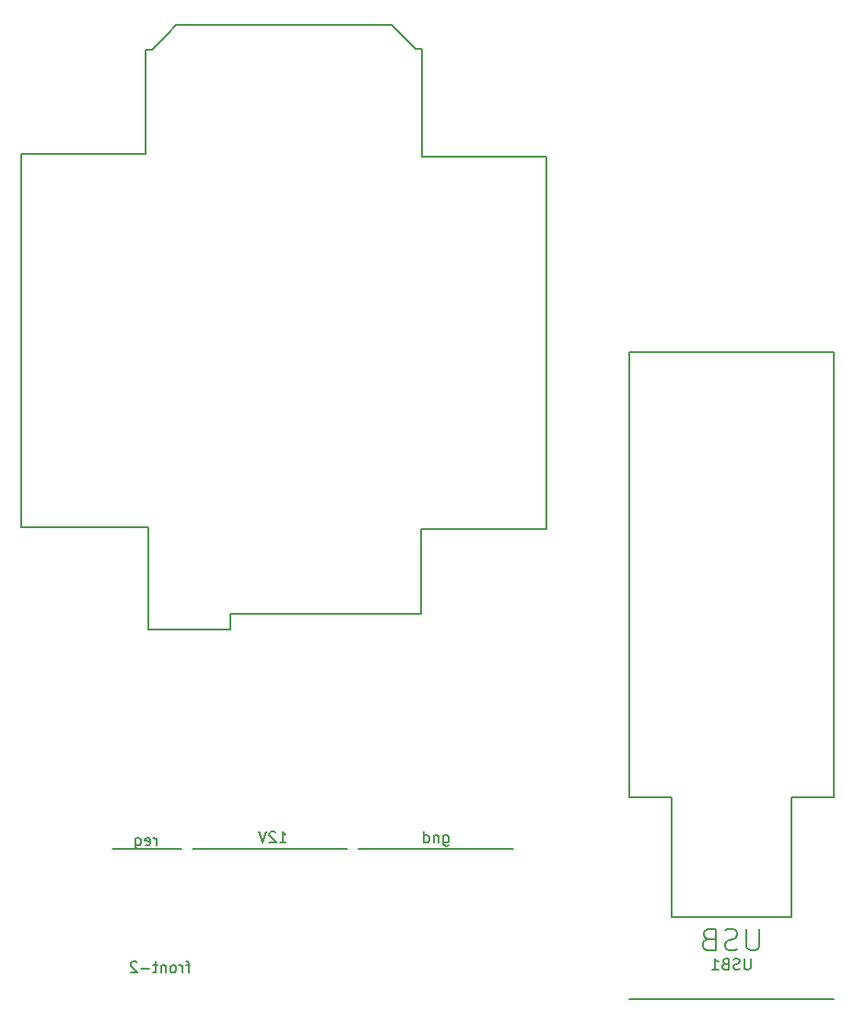
<source format=gbo>
G04 #@! TF.FileFunction,Legend,Bot*
%FSLAX46Y46*%
G04 Gerber Fmt 4.6, Leading zero omitted, Abs format (unit mm)*
G04 Created by KiCad (PCBNEW 4.0.7) date 10/27/19 12:55:04*
%MOMM*%
%LPD*%
G01*
G04 APERTURE LIST*
%ADD10C,0.100000*%
%ADD11C,0.150000*%
G04 APERTURE END LIST*
D10*
D11*
X201955400Y-102082600D02*
X201955400Y-61239400D01*
X220751400Y-102082600D02*
X220751400Y-61239400D01*
X216890600Y-103149400D02*
X216890600Y-102082600D01*
X205816200Y-103098600D02*
X205816200Y-102082600D01*
X220751400Y-120624600D02*
X201955400Y-120624600D01*
X220751400Y-61239400D02*
X201955400Y-61239400D01*
X219075000Y-120624600D02*
X211353400Y-120624600D01*
X216890600Y-113157000D02*
X205816200Y-113157000D01*
X205816200Y-102082600D02*
X201955400Y-102082600D01*
X216890600Y-113157000D02*
X216890600Y-103149400D01*
X216890600Y-102082600D02*
X220751400Y-102082600D01*
X205816200Y-113157000D02*
X205816200Y-103098600D01*
X160832800Y-106832400D02*
X154482800Y-106832400D01*
X176072800Y-106832400D02*
X161848800Y-106832400D01*
X191312800Y-106832400D02*
X177088800Y-106832400D01*
X159537400Y-32004000D02*
X160299400Y-31178500D01*
X160299400Y-31178500D02*
X179222400Y-31178500D01*
X180873400Y-31940500D02*
X180111400Y-31178500D01*
X180111400Y-31178500D02*
X179031900Y-31178500D01*
X157505400Y-39560500D02*
X157505400Y-42799000D01*
X157505400Y-42799000D02*
X157505400Y-43053000D01*
X157505400Y-43053000D02*
X146075400Y-43053000D01*
X146075400Y-43053000D02*
X146075400Y-77343000D01*
X146075400Y-77343000D02*
X157759400Y-77343000D01*
X157759400Y-77343000D02*
X157759400Y-86677500D01*
X157759400Y-86677500D02*
X165315900Y-86677500D01*
X157505400Y-39560500D02*
X157505400Y-33464500D01*
X157505400Y-33464500D02*
X158076900Y-33464500D01*
X182841900Y-80708500D02*
X182841900Y-77597000D01*
X182841900Y-77597000D02*
X182841900Y-77470000D01*
X182841900Y-77470000D02*
X194335400Y-77470000D01*
X194335400Y-77470000D02*
X194335400Y-43243500D01*
X182841900Y-85280500D02*
X180174900Y-85280500D01*
X182841900Y-80708500D02*
X182841900Y-85280500D01*
X182905400Y-39751000D02*
X182905400Y-42862500D01*
X182905400Y-42862500D02*
X182905400Y-43243500D01*
X182905400Y-43243500D02*
X194335400Y-43243500D01*
X182905400Y-39751000D02*
X182905400Y-33401000D01*
X182905400Y-33401000D02*
X182333900Y-33401000D01*
X159600900Y-31940500D02*
X158076900Y-33464500D01*
X180873400Y-31940500D02*
X182333900Y-33401000D01*
X165315900Y-85280500D02*
X165315900Y-85598000D01*
X165506400Y-85280500D02*
X165315900Y-85280500D01*
X165315900Y-86677500D02*
X160172400Y-86677500D01*
X165442900Y-85280500D02*
X169506900Y-85280500D01*
X169506900Y-85280500D02*
X180174900Y-85280500D01*
X165315900Y-85344000D02*
X165315900Y-86677500D01*
X213091495Y-116927381D02*
X213091495Y-117736905D01*
X213043876Y-117832143D01*
X212996257Y-117879762D01*
X212901019Y-117927381D01*
X212710542Y-117927381D01*
X212615304Y-117879762D01*
X212567685Y-117832143D01*
X212520066Y-117736905D01*
X212520066Y-116927381D01*
X212091495Y-117879762D02*
X211948638Y-117927381D01*
X211710542Y-117927381D01*
X211615304Y-117879762D01*
X211567685Y-117832143D01*
X211520066Y-117736905D01*
X211520066Y-117641667D01*
X211567685Y-117546429D01*
X211615304Y-117498810D01*
X211710542Y-117451190D01*
X211901019Y-117403571D01*
X211996257Y-117355952D01*
X212043876Y-117308333D01*
X212091495Y-117213095D01*
X212091495Y-117117857D01*
X212043876Y-117022619D01*
X211996257Y-116975000D01*
X211901019Y-116927381D01*
X211662923Y-116927381D01*
X211520066Y-116975000D01*
X210758161Y-117403571D02*
X210615304Y-117451190D01*
X210567685Y-117498810D01*
X210520066Y-117594048D01*
X210520066Y-117736905D01*
X210567685Y-117832143D01*
X210615304Y-117879762D01*
X210710542Y-117927381D01*
X211091495Y-117927381D01*
X211091495Y-116927381D01*
X210758161Y-116927381D01*
X210662923Y-116975000D01*
X210615304Y-117022619D01*
X210567685Y-117117857D01*
X210567685Y-117213095D01*
X210615304Y-117308333D01*
X210662923Y-117355952D01*
X210758161Y-117403571D01*
X211091495Y-117403571D01*
X209567685Y-117927381D02*
X210139114Y-117927381D01*
X209853400Y-117927381D02*
X209853400Y-116927381D01*
X209948638Y-117070238D01*
X210043876Y-117165476D01*
X210139114Y-117213095D01*
X213877210Y-114195362D02*
X213877210Y-115814410D01*
X213781971Y-116004886D01*
X213686733Y-116100124D01*
X213496257Y-116195362D01*
X213115305Y-116195362D01*
X212924829Y-116100124D01*
X212829590Y-116004886D01*
X212734352Y-115814410D01*
X212734352Y-114195362D01*
X211877210Y-116100124D02*
X211591495Y-116195362D01*
X211115305Y-116195362D01*
X210924829Y-116100124D01*
X210829591Y-116004886D01*
X210734352Y-115814410D01*
X210734352Y-115623933D01*
X210829591Y-115433457D01*
X210924829Y-115338219D01*
X211115305Y-115242981D01*
X211496257Y-115147743D01*
X211686733Y-115052505D01*
X211781972Y-114957267D01*
X211877210Y-114766790D01*
X211877210Y-114576314D01*
X211781972Y-114385838D01*
X211686733Y-114290600D01*
X211496257Y-114195362D01*
X211020067Y-114195362D01*
X210734352Y-114290600D01*
X209210543Y-115147743D02*
X208924829Y-115242981D01*
X208829590Y-115338219D01*
X208734352Y-115528695D01*
X208734352Y-115814410D01*
X208829590Y-116004886D01*
X208924829Y-116100124D01*
X209115305Y-116195362D01*
X209877210Y-116195362D01*
X209877210Y-114195362D01*
X209210543Y-114195362D01*
X209020067Y-114290600D01*
X208924829Y-114385838D01*
X208829590Y-114576314D01*
X208829590Y-114766790D01*
X208924829Y-114957267D01*
X209020067Y-115052505D01*
X209210543Y-115147743D01*
X209877210Y-115147743D01*
X161586515Y-117540114D02*
X161205563Y-117540114D01*
X161443658Y-118206781D02*
X161443658Y-117349638D01*
X161396039Y-117254400D01*
X161300801Y-117206781D01*
X161205563Y-117206781D01*
X160872229Y-118206781D02*
X160872229Y-117540114D01*
X160872229Y-117730590D02*
X160824610Y-117635352D01*
X160776991Y-117587733D01*
X160681753Y-117540114D01*
X160586514Y-117540114D01*
X160110324Y-118206781D02*
X160205562Y-118159162D01*
X160253181Y-118111543D01*
X160300800Y-118016305D01*
X160300800Y-117730590D01*
X160253181Y-117635352D01*
X160205562Y-117587733D01*
X160110324Y-117540114D01*
X159967466Y-117540114D01*
X159872228Y-117587733D01*
X159824609Y-117635352D01*
X159776990Y-117730590D01*
X159776990Y-118016305D01*
X159824609Y-118111543D01*
X159872228Y-118159162D01*
X159967466Y-118206781D01*
X160110324Y-118206781D01*
X159348419Y-117540114D02*
X159348419Y-118206781D01*
X159348419Y-117635352D02*
X159300800Y-117587733D01*
X159205562Y-117540114D01*
X159062704Y-117540114D01*
X158967466Y-117587733D01*
X158919847Y-117682971D01*
X158919847Y-118206781D01*
X158586514Y-117540114D02*
X158205562Y-117540114D01*
X158443657Y-117206781D02*
X158443657Y-118063924D01*
X158396038Y-118159162D01*
X158300800Y-118206781D01*
X158205562Y-118206781D01*
X157872228Y-117825829D02*
X157110323Y-117825829D01*
X156681752Y-117302019D02*
X156634133Y-117254400D01*
X156538895Y-117206781D01*
X156300799Y-117206781D01*
X156205561Y-117254400D01*
X156157942Y-117302019D01*
X156110323Y-117397257D01*
X156110323Y-117492495D01*
X156157942Y-117635352D01*
X156729371Y-118206781D01*
X156110323Y-118206781D01*
X184891276Y-105602114D02*
X184891276Y-106411638D01*
X184938895Y-106506876D01*
X184986514Y-106554495D01*
X185081753Y-106602114D01*
X185224610Y-106602114D01*
X185319848Y-106554495D01*
X184891276Y-106221162D02*
X184986514Y-106268781D01*
X185176991Y-106268781D01*
X185272229Y-106221162D01*
X185319848Y-106173543D01*
X185367467Y-106078305D01*
X185367467Y-105792590D01*
X185319848Y-105697352D01*
X185272229Y-105649733D01*
X185176991Y-105602114D01*
X184986514Y-105602114D01*
X184891276Y-105649733D01*
X184415086Y-105602114D02*
X184415086Y-106268781D01*
X184415086Y-105697352D02*
X184367467Y-105649733D01*
X184272229Y-105602114D01*
X184129371Y-105602114D01*
X184034133Y-105649733D01*
X183986514Y-105744971D01*
X183986514Y-106268781D01*
X183081752Y-106268781D02*
X183081752Y-105268781D01*
X183081752Y-106221162D02*
X183176990Y-106268781D01*
X183367467Y-106268781D01*
X183462705Y-106221162D01*
X183510324Y-106173543D01*
X183557943Y-106078305D01*
X183557943Y-105792590D01*
X183510324Y-105697352D01*
X183462705Y-105649733D01*
X183367467Y-105602114D01*
X183176990Y-105602114D01*
X183081752Y-105649733D01*
X169833847Y-106268781D02*
X170405276Y-106268781D01*
X170119562Y-106268781D02*
X170119562Y-105268781D01*
X170214800Y-105411638D01*
X170310038Y-105506876D01*
X170405276Y-105554495D01*
X169452895Y-105364019D02*
X169405276Y-105316400D01*
X169310038Y-105268781D01*
X169071942Y-105268781D01*
X168976704Y-105316400D01*
X168929085Y-105364019D01*
X168881466Y-105459257D01*
X168881466Y-105554495D01*
X168929085Y-105697352D01*
X169500514Y-106268781D01*
X168881466Y-106268781D01*
X168595752Y-105268781D02*
X168262419Y-106268781D01*
X167929085Y-105268781D01*
X158483181Y-106522781D02*
X158483181Y-105856114D01*
X158483181Y-106046590D02*
X158435562Y-105951352D01*
X158387943Y-105903733D01*
X158292705Y-105856114D01*
X158197466Y-105856114D01*
X157483180Y-106475162D02*
X157578418Y-106522781D01*
X157768895Y-106522781D01*
X157864133Y-106475162D01*
X157911752Y-106379924D01*
X157911752Y-105998971D01*
X157864133Y-105903733D01*
X157768895Y-105856114D01*
X157578418Y-105856114D01*
X157483180Y-105903733D01*
X157435561Y-105998971D01*
X157435561Y-106094210D01*
X157911752Y-106189448D01*
X156578418Y-105856114D02*
X156578418Y-106665638D01*
X156626037Y-106760876D01*
X156673656Y-106808495D01*
X156768895Y-106856114D01*
X156911752Y-106856114D01*
X157006990Y-106808495D01*
X156578418Y-106475162D02*
X156673656Y-106522781D01*
X156864133Y-106522781D01*
X156959371Y-106475162D01*
X157006990Y-106427543D01*
X157054609Y-106332305D01*
X157054609Y-106046590D01*
X157006990Y-105951352D01*
X156959371Y-105903733D01*
X156864133Y-105856114D01*
X156673656Y-105856114D01*
X156578418Y-105903733D01*
M02*

</source>
